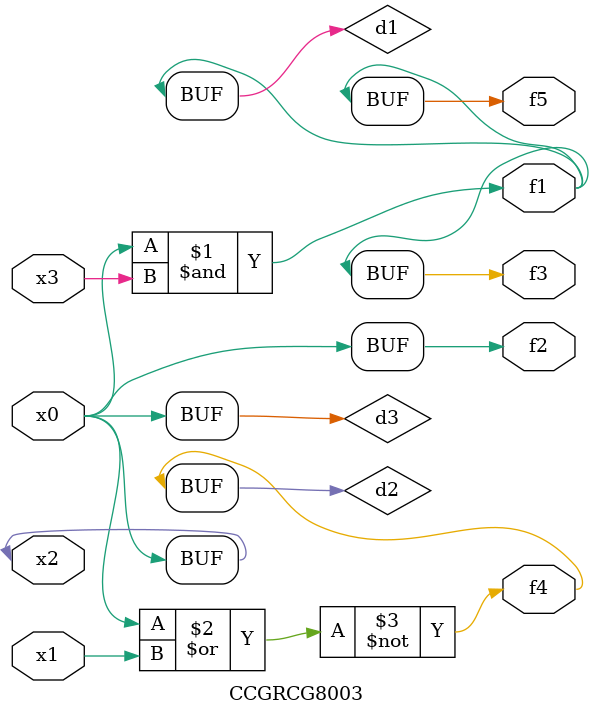
<source format=v>
module CCGRCG8003(
	input x0, x1, x2, x3,
	output f1, f2, f3, f4, f5
);

	wire d1, d2, d3;

	and (d1, x2, x3);
	nor (d2, x0, x1);
	buf (d3, x0, x2);
	assign f1 = d1;
	assign f2 = d3;
	assign f3 = d1;
	assign f4 = d2;
	assign f5 = d1;
endmodule

</source>
